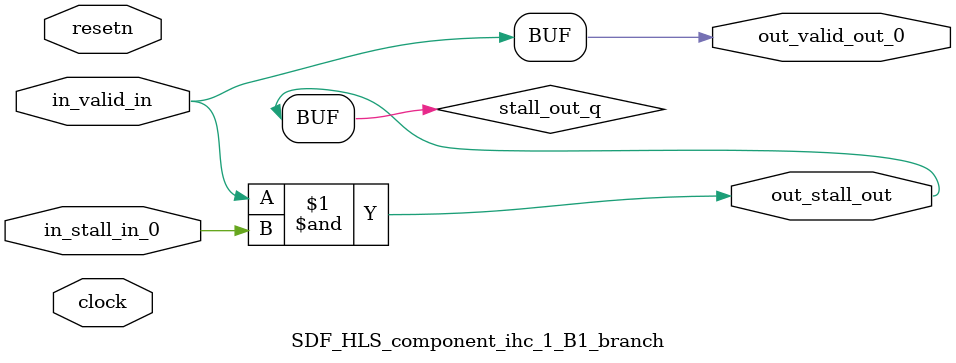
<source format=sv>



(* altera_attribute = "-name AUTO_SHIFT_REGISTER_RECOGNITION OFF; -name MESSAGE_DISABLE 10036; -name MESSAGE_DISABLE 10037; -name MESSAGE_DISABLE 14130; -name MESSAGE_DISABLE 14320; -name MESSAGE_DISABLE 15400; -name MESSAGE_DISABLE 14130; -name MESSAGE_DISABLE 10036; -name MESSAGE_DISABLE 12020; -name MESSAGE_DISABLE 12030; -name MESSAGE_DISABLE 12010; -name MESSAGE_DISABLE 12110; -name MESSAGE_DISABLE 14320; -name MESSAGE_DISABLE 13410; -name MESSAGE_DISABLE 113007; -name MESSAGE_DISABLE 10958" *)
module SDF_HLS_component_ihc_1_B1_branch (
    input wire [0:0] in_stall_in_0,
    input wire [0:0] in_valid_in,
    output wire [0:0] out_stall_out,
    output wire [0:0] out_valid_out_0,
    input wire clock,
    input wire resetn
    );

    wire [0:0] stall_out_q;


    // stall_out(LOGICAL,6)
    assign stall_out_q = in_valid_in & in_stall_in_0;

    // out_stall_out(GPOUT,4)
    assign out_stall_out = stall_out_q;

    // out_valid_out_0(GPOUT,5)
    assign out_valid_out_0 = in_valid_in;

endmodule

</source>
